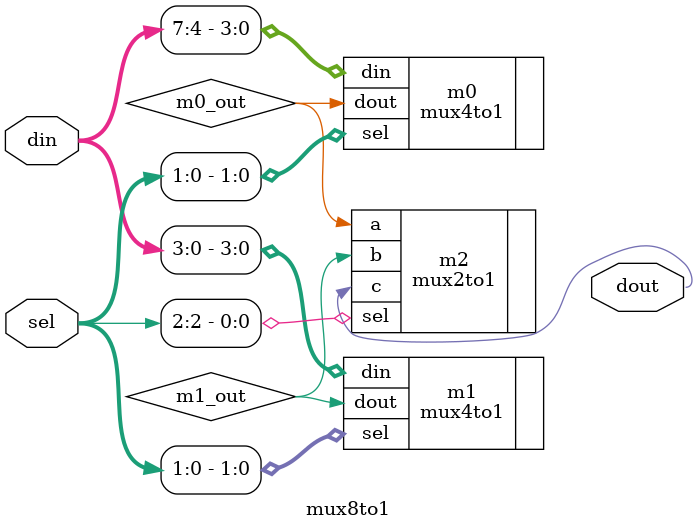
<source format=v>
module mux8to1(din, sel, dout);

input [7:0]din;
input [2:0]sel;

output dout;

wire m0_out, m1_out;

//--我想要自定義腳位,所以先註解掉--
//mux4to1 m0(.din(din[3:0]),
//			  .sel(sel[1:0]),
//			  .dout(m0_out));
//
//mux4to1 m1(.din(din[7:4]),
//			  .sel(sel[1:0]),
//			  .dout(m1_out));
//			  
//mux2to1 m2(.a(m0_out),
//           .b(m1_out),
//			  .sel(sel[2]),
//			  .c(dout));

mux4to1 m0(.din({din[7], din[6], din[5], din[4]}),
           .sel({sel[1], sel[0]}),
			  .dout(m0_out));
			  
mux4to1 m1(.din({din[3], din[2], din[1], din[0]}),
           .sel({sel[1], sel[0]}),
			  .dout(m1_out));
			  
mux2to1 m2(.a(m0_out),
           .b(m1_out),
			  .sel(sel[2]),
			  .c(dout));
			  
endmodule

</source>
